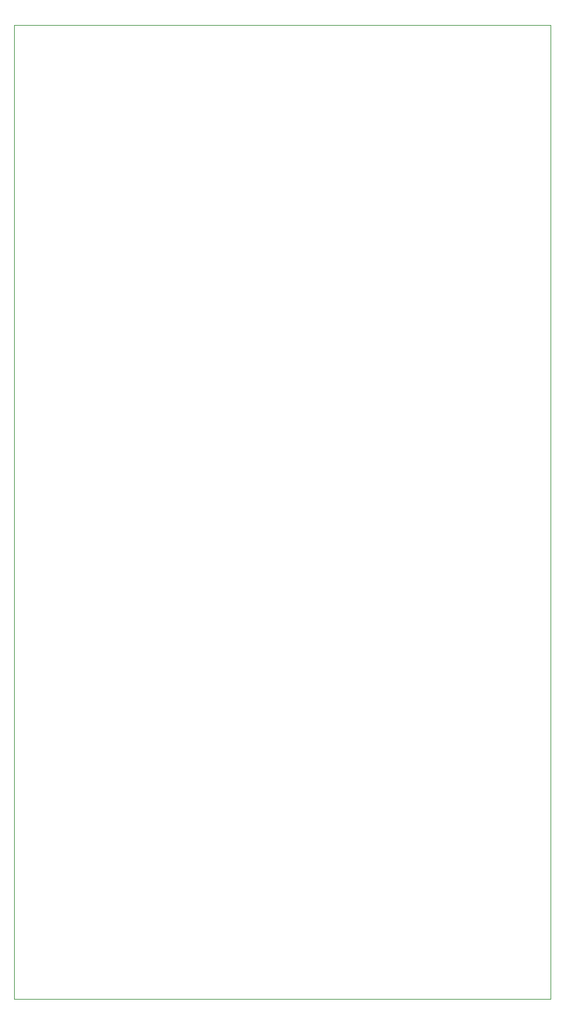
<source format=gbr>
%TF.GenerationSoftware,KiCad,Pcbnew,7.0.1-0*%
%TF.CreationDate,2024-01-26T10:10:29+13:00*%
%TF.ProjectId,MOL,4d4f4c2e-6b69-4636-9164-5f7063625858,rev?*%
%TF.SameCoordinates,Original*%
%TF.FileFunction,Profile,NP*%
%FSLAX46Y46*%
G04 Gerber Fmt 4.6, Leading zero omitted, Abs format (unit mm)*
G04 Created by KiCad (PCBNEW 7.0.1-0) date 2024-01-26 10:10:29*
%MOMM*%
%LPD*%
G01*
G04 APERTURE LIST*
%TA.AperFunction,Profile*%
%ADD10C,0.100000*%
%TD*%
G04 APERTURE END LIST*
D10*
X195930000Y-26800000D02*
X266810000Y-26800000D01*
X266810000Y-155300000D01*
X195930000Y-155300000D01*
X195930000Y-26800000D01*
M02*

</source>
